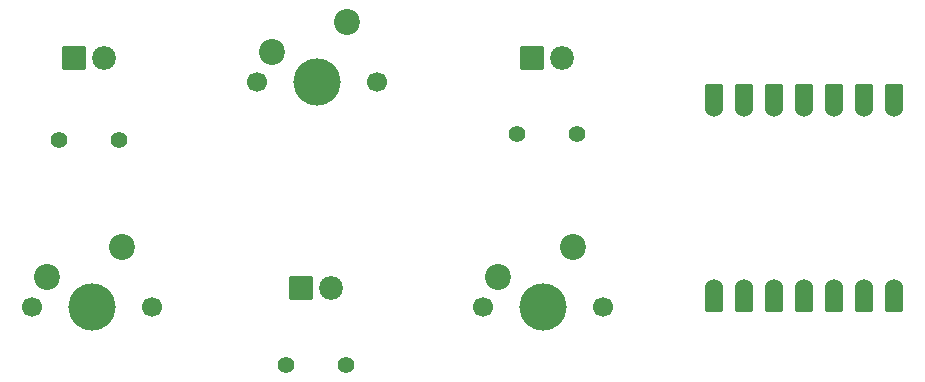
<source format=gts>
%TF.GenerationSoftware,KiCad,Pcbnew,9.0.2*%
%TF.CreationDate,2025-07-02T22:19:12+01:00*%
%TF.ProjectId,sharfinder,73686172-6669-46e6-9465-722e6b696361,rev?*%
%TF.SameCoordinates,Original*%
%TF.FileFunction,Soldermask,Top*%
%TF.FilePolarity,Negative*%
%FSLAX46Y46*%
G04 Gerber Fmt 4.6, Leading zero omitted, Abs format (unit mm)*
G04 Created by KiCad (PCBNEW 9.0.2) date 2025-07-02 22:19:12*
%MOMM*%
%LPD*%
G01*
G04 APERTURE LIST*
G04 Aperture macros list*
%AMRoundRect*
0 Rectangle with rounded corners*
0 $1 Rounding radius*
0 $2 $3 $4 $5 $6 $7 $8 $9 X,Y pos of 4 corners*
0 Add a 4 corners polygon primitive as box body*
4,1,4,$2,$3,$4,$5,$6,$7,$8,$9,$2,$3,0*
0 Add four circle primitives for the rounded corners*
1,1,$1+$1,$2,$3*
1,1,$1+$1,$4,$5*
1,1,$1+$1,$6,$7*
1,1,$1+$1,$8,$9*
0 Add four rect primitives between the rounded corners*
20,1,$1+$1,$2,$3,$4,$5,0*
20,1,$1+$1,$4,$5,$6,$7,0*
20,1,$1+$1,$6,$7,$8,$9,0*
20,1,$1+$1,$8,$9,$2,$3,0*%
G04 Aperture macros list end*
%ADD10C,2.019000*%
%ADD11RoundRect,0.102000X-0.907500X-0.907500X0.907500X-0.907500X0.907500X0.907500X-0.907500X0.907500X0*%
%ADD12C,1.400000*%
%ADD13C,1.700000*%
%ADD14C,4.000000*%
%ADD15C,2.200000*%
%ADD16RoundRect,0.152400X0.609600X-1.063600X0.609600X1.063600X-0.609600X1.063600X-0.609600X-1.063600X0*%
%ADD17C,1.524000*%
%ADD18RoundRect,0.152400X-0.609600X1.063600X-0.609600X-1.063600X0.609600X-1.063600X0.609600X1.063600X0*%
G04 APERTURE END LIST*
D10*
%TO.C,D3*%
X163080000Y-86500000D03*
D11*
X160540000Y-86500000D03*
%TD*%
D12*
%TO.C,R3*%
X159270000Y-93000000D03*
X164350000Y-93000000D03*
%TD*%
D13*
%TO.C,SW2*%
X137270000Y-88540000D03*
D14*
X142350000Y-88540000D03*
D13*
X147430000Y-88540000D03*
D15*
X144890000Y-83460000D03*
X138540000Y-86000000D03*
%TD*%
D12*
%TO.C,R1*%
X125540000Y-93500000D03*
X120460000Y-93500000D03*
%TD*%
D13*
%TO.C,SW3*%
X156370000Y-107640000D03*
D14*
X161450000Y-107640000D03*
D13*
X166530000Y-107640000D03*
D15*
X163990000Y-102560000D03*
X157640000Y-105100000D03*
%TD*%
D10*
%TO.C,D1*%
X124310000Y-86500000D03*
D11*
X121770000Y-86500000D03*
%TD*%
D12*
%TO.C,R2*%
X144810000Y-112500000D03*
X139730000Y-112500000D03*
%TD*%
D16*
%TO.C,U1*%
X191191500Y-89945000D03*
D17*
X191191500Y-90780000D03*
D16*
X188651500Y-89945000D03*
D17*
X188651500Y-90780000D03*
D16*
X186111500Y-89945000D03*
D17*
X186111500Y-90780000D03*
D16*
X183571500Y-89945000D03*
D17*
X183571500Y-90780000D03*
D16*
X181031500Y-89945000D03*
D17*
X181031500Y-90780000D03*
D16*
X178491500Y-89945000D03*
D17*
X178491500Y-90780000D03*
D16*
X175951500Y-89945000D03*
D17*
X175951500Y-90780000D03*
X175951500Y-106020000D03*
D18*
X175951500Y-106855000D03*
D17*
X178491500Y-106020000D03*
D18*
X178491500Y-106855000D03*
D17*
X181031500Y-106020000D03*
D18*
X181031500Y-106855000D03*
D17*
X183571500Y-106020000D03*
D18*
X183571500Y-106855000D03*
D17*
X186111500Y-106020000D03*
D18*
X186111500Y-106855000D03*
D17*
X188651500Y-106020000D03*
D18*
X188651500Y-106855000D03*
D17*
X191191500Y-106020000D03*
D18*
X191191500Y-106855000D03*
%TD*%
D10*
%TO.C,D2*%
X143540000Y-106000000D03*
D11*
X141000000Y-106000000D03*
%TD*%
D13*
%TO.C,SW1*%
X118220000Y-107580000D03*
D14*
X123300000Y-107580000D03*
D13*
X128380000Y-107580000D03*
D15*
X125840000Y-102500000D03*
X119490000Y-105040000D03*
%TD*%
M02*

</source>
